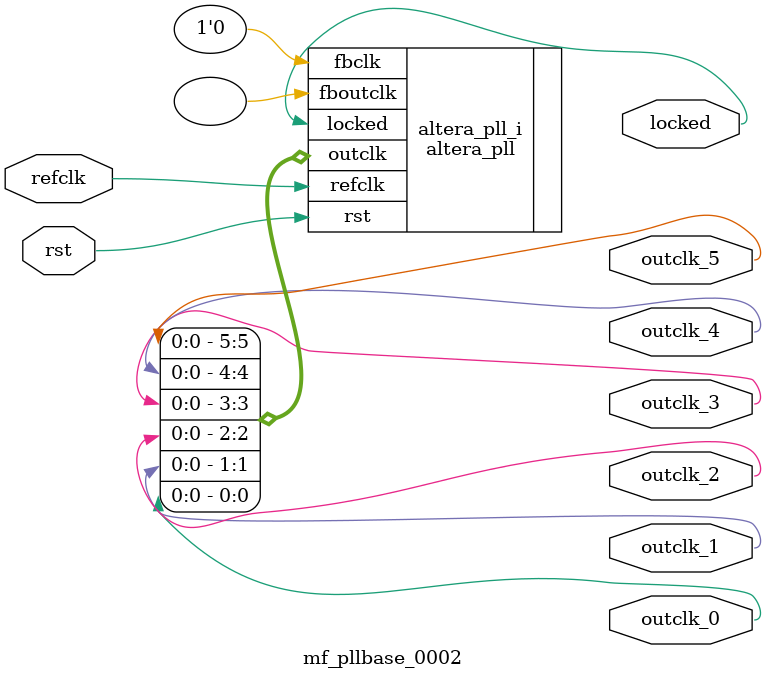
<source format=v>
`timescale 1ns/10ps
module  mf_pllbase_0002(

	// interface 'refclk'
	input wire refclk,

	// interface 'reset'
	input wire rst,

	// interface 'outclk0'
	output wire outclk_0,

	// interface 'outclk1'
	output wire outclk_1,

	// interface 'outclk2'
	output wire outclk_2,

	// interface 'outclk3'
	output wire outclk_3,

	// interface 'outclk4'
	output wire outclk_4,

	// interface 'outclk5'
	output wire outclk_5,

	// interface 'locked'
	output wire locked
);

	altera_pll #(
		.fractional_vco_multiplier("true"),
		.reference_clock_frequency("74.25 MHz"),
		.operation_mode("direct"),
		.number_of_clocks(6),
		.output_clock_frequency0("53.693164 MHz"),
		.phase_shift0("0 ps"),
		.duty_cycle0(50),
		.output_clock_frequency1("107.386326 MHz"),
		.phase_shift1("0 ps"),
		.duty_cycle1(50),
		.output_clock_frequency2("6.711645 MHz"),
		.phase_shift2("0 ps"),
		.duty_cycle2(50),
		.output_clock_frequency3("6.711645 MHz"),
		.phase_shift3("37249 ps"),
		.duty_cycle3(50),
		.output_clock_frequency4("5.369316 MHz"),
		.phase_shift4("0 ps"),
		.duty_cycle4(50),
		.output_clock_frequency5("5.369316 MHz"),
		.phase_shift5("46561 ps"),
		.duty_cycle5(50),
		.output_clock_frequency6("0 MHz"),
		.phase_shift6("0 ps"),
		.duty_cycle6(50),
		.output_clock_frequency7("0 MHz"),
		.phase_shift7("0 ps"),
		.duty_cycle7(50),
		.output_clock_frequency8("0 MHz"),
		.phase_shift8("0 ps"),
		.duty_cycle8(50),
		.output_clock_frequency9("0 MHz"),
		.phase_shift9("0 ps"),
		.duty_cycle9(50),
		.output_clock_frequency10("0 MHz"),
		.phase_shift10("0 ps"),
		.duty_cycle10(50),
		.output_clock_frequency11("0 MHz"),
		.phase_shift11("0 ps"),
		.duty_cycle11(50),
		.output_clock_frequency12("0 MHz"),
		.phase_shift12("0 ps"),
		.duty_cycle12(50),
		.output_clock_frequency13("0 MHz"),
		.phase_shift13("0 ps"),
		.duty_cycle13(50),
		.output_clock_frequency14("0 MHz"),
		.phase_shift14("0 ps"),
		.duty_cycle14(50),
		.output_clock_frequency15("0 MHz"),
		.phase_shift15("0 ps"),
		.duty_cycle15(50),
		.output_clock_frequency16("0 MHz"),
		.phase_shift16("0 ps"),
		.duty_cycle16(50),
		.output_clock_frequency17("0 MHz"),
		.phase_shift17("0 ps"),
		.duty_cycle17(50),
		.pll_type("General"),
		.pll_subtype("General")
	) altera_pll_i (
		.rst	(rst),
		.outclk	({outclk_5, outclk_4, outclk_3, outclk_2, outclk_1, outclk_0}),
		.locked	(locked),
		.fboutclk	( ),
		.fbclk	(1'b0),
		.refclk	(refclk)
	);
endmodule


</source>
